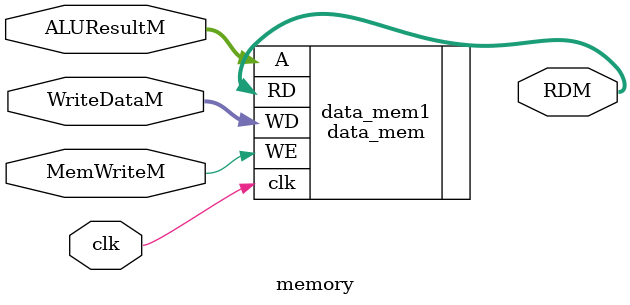
<source format=sv>
module memory(

input logic        clk,
input logic        MemWriteM, 
input logic [31:0] ALUResultM,
input logic [31:0] WriteDataM,

output logic [31:0] RDM

);

data_mem data_mem1(

    .clk(clk),
    .WE(MemWriteM),
    .A(ALUResultM),
    .WD(WriteDataM),

    .RD(RDM)

);

endmodule

</source>
